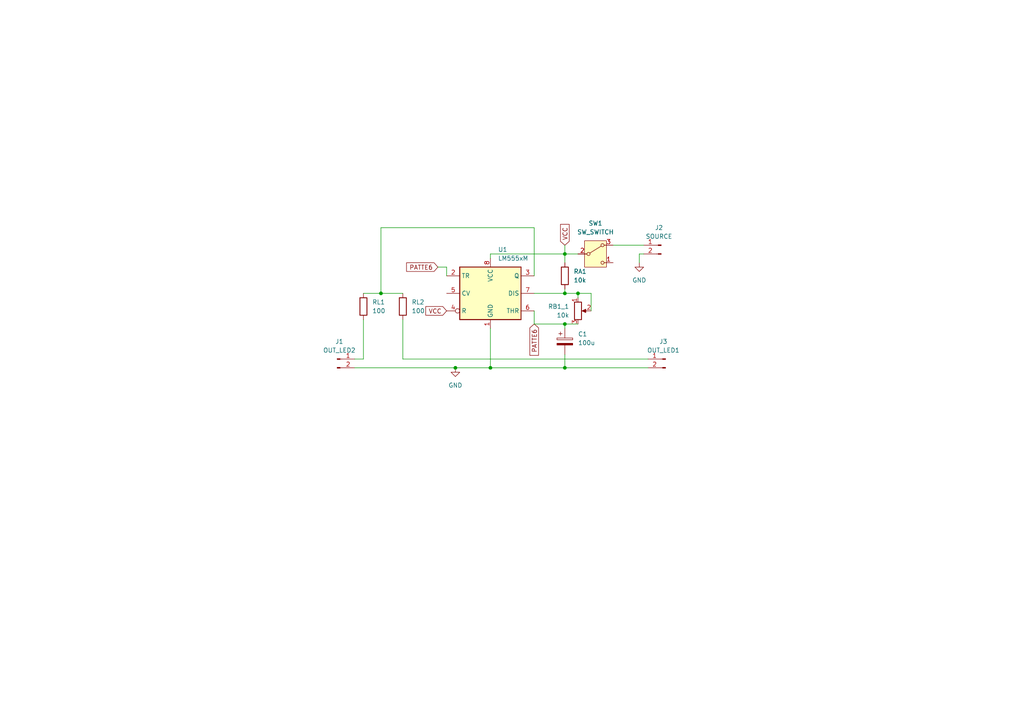
<source format=kicad_sch>
(kicad_sch (version 20231120) (generator "eeschema") (generator_version "8.0")
  (paper "A4")
  (lib_symbols
    (symbol "Connector:Conn_01x02_Pin" (pin_names (offset 1.016) hide)
      (property "Reference" "J" (at 0 2.54 0))
      (property "Value" "Conn_01x02_Pin" (at 0 -5.08 0))
      (symbol "Conn_01x02_Pin_1_1"
        (polyline (pts (xy 1.27 -2.54) (xy 0.8636 -2.54)) (stroke (width 0.1524)))
        (polyline (pts (xy 1.27 0) (xy 0.8636 0)) (stroke (width 0.1524)))
        (rectangle (start 0.8636 -2.413) (end 0 -2.667) (stroke (width 0.1524)) (fill (type outline)))
        (rectangle (start 0.8636 0.127) (end 0 -0.127) (stroke (width 0.1524)) (fill (type outline)))
        (pin passive line (at 5.08 0 180) (length 3.81) (name "Pin_1") (number "1"))
        (pin passive line (at 5.08 -2.54 180) (length 3.81) (name "Pin_2") (number "2"))
      )
    )
    (symbol "Device:C_Polarized" (pin_numbers hide) (pin_names (offset 0.254))
      (property "Reference" "C" (at 0.635 2.54 0))
      (property "Value" "C_Polarized" (at 0.635 -2.54 0))
      (symbol "C_Polarized_0_1"
        (rectangle (start -2.286 0.508) (end 2.286 1.016))
        (polyline (pts (xy -1.778 2.286) (xy -0.762 2.286)))
        (polyline (pts (xy -1.27 2.794) (xy -1.27 1.778)))
        (rectangle (start 2.286 -0.508) (end -2.286 -1.016) (fill (type outline)))
      )
      (symbol "C_Polarized_1_1"
        (pin passive line (at 0 3.81 270) (length 2.794) (name "~") (number "1"))
        (pin passive line (at 0 -3.81 90) (length 2.794) (name "~") (number "2"))
      )
    )
    (symbol "Device:R" (pin_numbers hide) (pin_names (offset 0))
      (property "Reference" "R" (at 2.032 0 90))
      (property "Value" "R" (at 0 0 90))
      (symbol "R_0_1"
        (rectangle (start -1.016 -2.54) (end 1.016 2.54) (stroke (width 0.254)))
      )
      (symbol "R_1_1"
        (pin passive line (at 0 3.81 270) (length 1.27) (name "~") (number "1"))
        (pin passive line (at 0 -3.81 90) (length 1.27) (name "~") (number "2"))
      )
    )
    (symbol "Device:R_Potentiometer" (pin_names (offset 1.016) hide)
      (property "Reference" "RV" (at -4.445 0 90))
      (property "Value" "R_Potentiometer" (at -2.54 0 90))
      (symbol "R_Potentiometer_0_1"
        (polyline (pts (xy 2.54 0) (xy 1.524 0)))
        (polyline (pts (xy 1.143 0) (xy 2.286 0.508) (xy 2.286 -0.508) (xy 1.143 0)) (fill (type outline)))
        (rectangle (start 1.016 2.54) (end -1.016 -2.54) (stroke (width 0.254)))
      )
      (symbol "R_Potentiometer_1_1"
        (pin passive line (at 0 3.81 270) (length 1.27) (name "1") (number "1"))
        (pin passive line (at 3.81 0 180) (length 1.27) (name "2") (number "2"))
        (pin passive line (at 0 -3.81 90) (length 1.27) (name "3") (number "3"))
      )
    )
    (symbol "Switch:SW_SPDT_321" (pin_names (offset 1) hide)
      (property "Reference" "SW" (at 0 5.08 0))
      (property "Value" "SW_SPDT_321" (at 0 -5.08 0))
      (symbol "SW_SPDT_321_0_1"
        (circle (center -2.032 0) (radius 0.4572))
        (polyline (pts (xy -1.651 0.254) (xy 1.651 2.286)))
        (circle (center 2.032 -2.54) (radius 0.4572))
        (circle (center 2.032 2.54) (radius 0.4572))
      )
      (symbol "SW_SPDT_321_1_1"
        (rectangle (start -3.175 3.81) (end 3.175 -3.81) (fill (type background)))
        (pin passive line (at 5.08 -2.54 180) (length 2.54) (name "C") (number "1"))
        (pin passive line (at -5.08 0 0) (length 2.54) (name "B") (number "2"))
        (pin passive line (at 5.08 2.54 180) (length 2.54) (name "A") (number "3"))
      )
    )
    (symbol "Timer:LM555xM"
      (property "Reference" "U" (at -10.16 8.89 0))
      (property "Value" "LM555xM" (at 2.54 8.89 0))
      (symbol "LM555xM_0_0"
        (pin power_in line (at 0 -10.16 90) (length 2.54) (name "GND") (number "1"))
        (pin power_in line (at 0 10.16 270) (length 2.54) (name "VCC") (number "8"))
      )
      (symbol "LM555xM_0_1"
        (rectangle (start -8.89 -7.62) (end 8.89 7.62) (stroke (width 0.254)) (fill (type background)))
        (rectangle (start -8.89 -7.62) (end 8.89 7.62) (stroke (width 0.254)) (fill (type background)))
      )
      (symbol "LM555xM_1_1"
        (pin input line (at -12.7 5.08 0) (length 3.81) (name "TR") (number "2"))
        (pin output line (at 12.7 5.08 180) (length 3.81) (name "Q") (number "3"))
        (pin input inverted (at -12.7 -5.08 0) (length 3.81) (name "R") (number "4"))
        (pin input line (at -12.7 0 0) (length 3.81) (name "CV") (number "5"))
        (pin input line (at 12.7 -5.08 180) (length 3.81) (name "THR") (number "6"))
        (pin input line (at 12.7 0 180) (length 3.81) (name "DIS") (number "7"))
      )
    )
    (symbol "power:GND" (power) (pin_numbers hide) (pin_names (offset 0) hide)
      (property "Value" "GND" (at 0 -3.81 0))
      (symbol "GND_0_1"
        (polyline (pts (xy 0 0) (xy 0 -1.27) (xy 1.27 -1.27) (xy 0 -2.54) (xy -1.27 -1.27) (xy 0 -1.27)))
      )
      (symbol "GND_1_1"
        (pin power_in line (at 0 0 270) (length 0) (name "~") (number "1"))
      )
    )
  )
  (junction (at 163.83 73.66))
  (junction (at 132.08 106.68))
  (junction (at 110.49 85.09))
  (junction (at 163.83 93.98))
  (junction (at 142.24 106.68))
  (junction (at 167.64 85.09))
  (junction (at 163.83 106.68))
  (junction (at 163.83 85.09))
  (wire (pts (xy 154.94 80.01) (xy 154.94 66.04)))
  (wire (pts (xy 163.83 76.2) (xy 163.83 73.66)))
  (wire (pts (xy 110.49 85.09) (xy 116.84 85.09)))
  (wire (pts (xy 171.45 90.17) (xy 171.45 85.09)))
  (wire (pts (xy 129.54 80.01) (xy 129.54 77.47)))
  (wire (pts (xy 102.87 106.68) (xy 132.08 106.68)))
  (wire (pts (xy 163.83 93.98) (xy 163.83 95.25)))
  (wire (pts (xy 142.24 73.66) (xy 142.24 74.93)))
  (wire (pts (xy 163.83 71.12) (xy 163.83 73.66)))
  (wire (pts (xy 142.24 95.25) (xy 142.24 106.68)))
  (wire (pts (xy 163.83 93.98) (xy 167.64 93.98)))
  (wire (pts (xy 163.83 106.68) (xy 187.96 106.68)))
  (wire (pts (xy 163.83 73.66) (xy 167.64 73.66)))
  (wire (pts (xy 154.94 93.98) (xy 163.83 93.98)))
  (wire (pts (xy 154.94 66.04) (xy 110.49 66.04)))
  (wire (pts (xy 177.8 71.12) (xy 186.69 71.12)))
  (wire (pts (xy 185.42 73.66) (xy 185.42 76.2)))
  (wire (pts (xy 186.69 73.66) (xy 185.42 73.66)))
  (wire (pts (xy 116.84 104.14) (xy 116.84 92.71)))
  (wire (pts (xy 163.83 102.87) (xy 163.83 106.68)))
  (wire (pts (xy 154.94 85.09) (xy 163.83 85.09)))
  (wire (pts (xy 129.54 77.47) (xy 127 77.47)))
  (wire (pts (xy 116.84 104.14) (xy 187.96 104.14)))
  (wire (pts (xy 154.94 90.17) (xy 154.94 93.98)))
  (wire (pts (xy 105.41 85.09) (xy 110.49 85.09)))
  (wire (pts (xy 105.41 104.14) (xy 102.87 104.14)))
  (wire (pts (xy 163.83 85.09) (xy 167.64 85.09)))
  (wire (pts (xy 171.45 85.09) (xy 167.64 85.09)))
  (wire (pts (xy 142.24 73.66) (xy 163.83 73.66)))
  (wire (pts (xy 132.08 106.68) (xy 142.24 106.68)))
  (wire (pts (xy 142.24 106.68) (xy 163.83 106.68)))
  (wire (pts (xy 167.64 86.36) (xy 167.64 85.09)))
  (wire (pts (xy 110.49 66.04) (xy 110.49 85.09)))
  (wire (pts (xy 163.83 85.09) (xy 163.83 83.82)))
  (wire (pts (xy 105.41 92.71) (xy 105.41 104.14)))
  (global_label "PATTE6" (shape input) (at 154.94 93.98 270) (property "Intersheetrefs" "${INTERSHEET_REFS}" (effects (hide yes))))
  (global_label "VCC" (shape input) (at 129.54 90.17 180) (property "Intersheetrefs" "${INTERSHEET_REFS}" (effects (hide yes))))
  (global_label "VCC" (shape input) (at 163.83 71.12 90) (property "Intersheetrefs" "${INTERSHEET_REFS}" (effects (hide yes))))
  (global_label "PATTE6" (shape input) (at 127 77.47 180) (property "Intersheetrefs" "${INTERSHEET_REFS}" (effects (hide yes))))
  (symbol (lib_id "Timer:LM555xM") (at 142.24 85.09 0) (unit 1)
    (property "Reference" "U1" (at 144.4341 72.39 0) (effects (justify left)))
    (property "Value" "LM555xM" (at 144.4341 74.93 0) (effects (justify left)))
    (property "Footprint" "Package_DIP:DIP-8_W7.62mm_Socket_LongPads" (effects (hide yes)))
    (property "Datasheet" "http://www.ti.com/lit/ds/symlink/lm555.pdf" (effects (hide yes)))
    (property "Description" "Timer, 555 compatible, SOIC-8" (effects (hide yes)))
  )
  (symbol (lib_id "Connector:Conn_01x02_Pin") (at 193.04 104.14 0) (mirror y) (unit 1)
    (property "Reference" "J3" (at 192.405 99.06 0))
    (property "Value" "OUT_LED1" (at 192.405 101.6 0))
    (property "Footprint" "TerminalBlock_MetzConnect:TerminalBlock_MetzConnect_Type094_RT03502HBLU_1x02_P5.00mm_Horizontal" (effects (hide yes)))
    (property "Description" "Generic connector, single row, 01x02, script generated" (effects (hide yes)))
  )
  (symbol (lib_id "Switch:SW_SPDT_321") (at 172.72 73.66 0) (unit 1)
    (property "Reference" "SW1" (at 172.72 64.77 0))
    (property "Value" "SW_SWITCH" (at 172.72 67.31 0))
    (property "Footprint" "TerminalBlock:TerminalBlock_bornier-3_P5.08mm" (effects (hide yes)))
    (property "Description" "Switch, single pole double throw" (effects (hide yes)))
  )
  (symbol (lib_id "Device:C_Polarized") (at 163.83 99.06 0) (unit 1)
    (property "Reference" "C1" (at 167.64 96.9009 0) (effects (justify left)))
    (property "Value" "100u" (at 167.64 99.4409 0) (effects (justify left)))
    (property "Footprint" "Capacitor_THT:CP_Radial_D8.0mm_P5.00mm" (effects (hide yes)))
    (property "Description" "Polarized capacitor" (effects (hide yes)))
  )
  (symbol (lib_id "Device:R") (at 105.41 88.9 0) (unit 1)
    (property "Reference" "RL1" (at 107.95 87.6299 0) (effects (justify left)))
    (property "Value" "100" (at 107.95 90.1699 0) (effects (justify left)))
    (property "Footprint" "Resistor_THT:R_Axial_DIN0207_L6.3mm_D2.5mm_P7.62mm_Horizontal" (effects (hide yes)))
    (property "Description" "Resistor" (effects (hide yes)))
  )
  (symbol (lib_id "Device:R") (at 163.83 80.01 0) (unit 1)
    (property "Reference" "RA1" (at 166.37 78.7399 0) (effects (justify left)))
    (property "Value" "10k" (at 166.37 81.2799 0) (effects (justify left)))
    (property "Footprint" "Resistor_THT:R_Axial_DIN0207_L6.3mm_D2.5mm_P7.62mm_Horizontal" (effects (hide yes)))
    (property "Description" "Resistor" (effects (hide yes)))
  )
  (symbol (lib_id "Connector:Conn_01x02_Pin") (at 97.79 104.14 0) (unit 1)
    (property "Reference" "J1" (at 98.425 99.06 0))
    (property "Value" "OUT_LED2" (at 98.425 101.6 0))
    (property "Footprint" "TerminalBlock_MetzConnect:TerminalBlock_MetzConnect_Type094_RT03502HBLU_1x02_P5.00mm_Horizontal" (effects (hide yes)))
    (property "Description" "Generic connector, single row, 01x02, script generated" (effects (hide yes)))
  )
  (symbol (lib_id "power:GND") (at 185.42 76.2 0) (unit 1)
    (property "Reference" "#PWR02" (effects (hide yes)))
    (property "Value" "GND" (at 185.42 81.28 0))
    (property "Description" "Power symbol creates a global label with name \"GND\" , ground" (effects (hide yes)))
  )
  (symbol (lib_id "power:GND") (at 132.08 106.68 0) (unit 1)
    (property "Reference" "#PWR01" (effects (hide yes)))
    (property "Value" "GND" (at 132.08 111.76 0))
    (property "Description" "Power symbol creates a global label with name \"GND\" , ground" (effects (hide yes)))
  )
  (symbol (lib_id "Device:R_Potentiometer") (at 167.64 90.17 0) (unit 1)
    (property "Reference" "RB1_1" (at 165.1 88.8999 0) (effects (justify right)))
    (property "Value" "10k" (at 165.1 91.4399 0) (effects (justify right)))
    (property "Footprint" "TerminalBlock:TerminalBlock_bornier-3_P5.08mm" (effects (hide yes)))
    (property "Description" "Potentiometer" (effects (hide yes)))
  )
  (symbol (lib_id "Device:R") (at 116.84 88.9 0) (unit 1)
    (property "Reference" "RL2" (at 119.38 87.6299 0) (effects (justify left)))
    (property "Value" "100" (at 119.38 90.1699 0) (effects (justify left)))
    (property "Footprint" "Resistor_THT:R_Axial_DIN0207_L6.3mm_D2.5mm_P7.62mm_Horizontal" (effects (hide yes)))
    (property "Description" "Resistor" (effects (hide yes)))
  )
  (symbol (lib_id "Connector:Conn_01x02_Pin") (at 191.77 71.12 0) (mirror y) (unit 1)
    (property "Reference" "J2" (at 191.135 66.04 0))
    (property "Value" "SOURCE" (at 191.135 68.58 0))
    (property "Footprint" "TerminalBlock_MetzConnect:TerminalBlock_MetzConnect_Type094_RT03502HBLU_1x02_P5.00mm_Horizontal" (effects (hide yes)))
    (property "Description" "Generic connector, single row, 01x02, script generated" (effects (hide yes)))
  )
)
</source>
